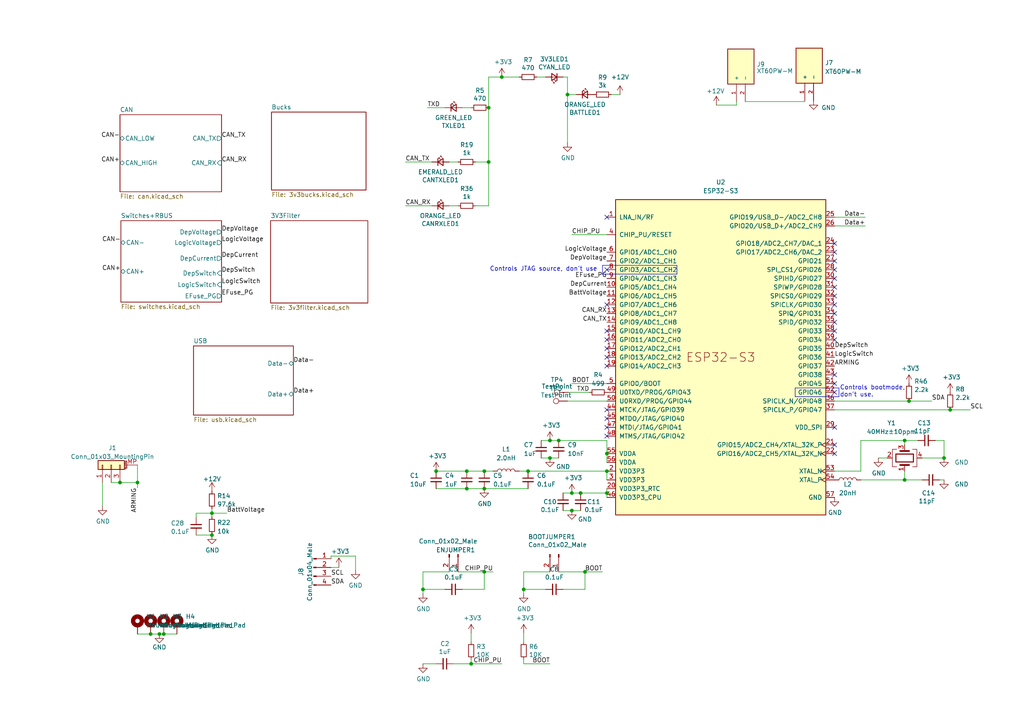
<source format=kicad_sch>
(kicad_sch (version 20231120) (generator "eeschema") (generator_version "8.0")
  (paper "A4")
  (lib_symbols
    (symbol "Connector:Conn_01x02_Male" (pin_names (offset 1.016) hide)
      (property "Reference" "J" (at 0 2.54 0))
      (property "Value" "Conn_01x02_Male" (at 0 -5.08 0))
      (symbol "Conn_01x02_Male_1_1"
        (polyline (pts (xy 1.27 -2.54) (xy 0.8636 -2.54)) (stroke (width 0.1524)))
        (polyline (pts (xy 1.27 0) (xy 0.8636 0)) (stroke (width 0.1524)))
        (rectangle (start 0.8636 -2.413) (end 0 -2.667) (stroke (width 0.1524)) (fill (type outline)))
        (rectangle (start 0.8636 0.127) (end 0 -0.127) (stroke (width 0.1524)) (fill (type outline)))
        (pin passive line (at 5.08 0 180) (length 3.81) (name "Pin_1") (number "1"))
        (pin passive line (at 5.08 -2.54 180) (length 3.81) (name "Pin_2") (number "2"))
      )
    )
    (symbol "Connector:Conn_01x04_Male" (pin_names (offset 1.016) hide)
      (property "Reference" "J" (at 0 5.08 0))
      (property "Value" "Conn_01x04_Male" (at 0 -7.62 0))
      (symbol "Conn_01x04_Male_1_1"
        (polyline (pts (xy 1.27 -5.08) (xy 0.8636 -5.08)) (stroke (width 0.1524)))
        (polyline (pts (xy 1.27 -2.54) (xy 0.8636 -2.54)) (stroke (width 0.1524)))
        (polyline (pts (xy 1.27 0) (xy 0.8636 0)) (stroke (width 0.1524)))
        (polyline (pts (xy 1.27 2.54) (xy 0.8636 2.54)) (stroke (width 0.1524)))
        (rectangle (start 0.8636 -4.953) (end 0 -5.207) (stroke (width 0.1524)) (fill (type outline)))
        (rectangle (start 0.8636 -2.413) (end 0 -2.667) (stroke (width 0.1524)) (fill (type outline)))
        (rectangle (start 0.8636 0.127) (end 0 -0.127) (stroke (width 0.1524)) (fill (type outline)))
        (rectangle (start 0.8636 2.667) (end 0 2.413) (stroke (width 0.1524)) (fill (type outline)))
        (pin passive line (at 5.08 2.54 180) (length 3.81) (name "Pin_1") (number "1"))
        (pin passive line (at 5.08 0 180) (length 3.81) (name "Pin_2") (number "2"))
        (pin passive line (at 5.08 -2.54 180) (length 3.81) (name "Pin_3") (number "3"))
        (pin passive line (at 5.08 -5.08 180) (length 3.81) (name "Pin_4") (number "4"))
      )
    )
    (symbol "Connector:TestPoint" (pin_numbers hide) (pin_names (offset 0.762) hide)
      (property "Reference" "TP" (at 0 6.858 0))
      (property "Value" "TestPoint" (at 0 5.08 0))
      (symbol "TestPoint_0_1"
        (circle (center 0 3.302) (radius 0.762))
      )
      (symbol "TestPoint_1_1"
        (pin passive line (at 0 0 90) (length 2.54) (name "1") (number "1"))
      )
    )
    (symbol "Connector_Generic_MountingPin:Conn_01x03_MountingPin" (pin_names (offset 1.016) hide)
      (property "Reference" "J" (at 0 5.08 0))
      (property "Value" "Conn_01x03_MountingPin" (at 1.27 -5.08 0))
      (symbol "Conn_01x03_MountingPin_1_1"
        (rectangle (start -1.27 -2.413) (end 0 -2.667) (stroke (width 0.1524)))
        (rectangle (start -1.27 0.127) (end 0 -0.127) (stroke (width 0.1524)))
        (rectangle (start -1.27 2.667) (end 0 2.413) (stroke (width 0.1524)))
        (rectangle (start -1.27 3.81) (end 1.27 -3.81) (stroke (width 0.254)) (fill (type background)))
        (polyline (pts (xy -1.016 -4.572) (xy 1.016 -4.572)) (stroke (width 0.1524)))
        (text "Mounting" (at 0 -4.191 0) (effects (font (size 0.381 0.381))))
        (pin passive line (at -5.08 2.54 0) (length 3.81) (name "Pin_1") (number "1"))
        (pin passive line (at -5.08 0 0) (length 3.81) (name "Pin_2") (number "2"))
        (pin passive line (at -5.08 -2.54 0) (length 3.81) (name "Pin_3") (number "3"))
        (pin passive line (at 0 -7.62 90) (length 3.048) (name "MountPin") (number "MP"))
      )
    )
    (symbol "Device:C_Small" (pin_numbers hide) (pin_names (offset 0.254) hide)
      (property "Reference" "C" (at 0.254 1.778 0))
      (property "Value" "C_Small" (at 0.254 -2.032 0))
      (symbol "C_Small_0_1"
        (polyline (pts (xy -1.524 -0.508) (xy 1.524 -0.508)) (stroke (width 0.3302)))
        (polyline (pts (xy -1.524 0.508) (xy 1.524 0.508)) (stroke (width 0.3048)))
      )
      (symbol "C_Small_1_1"
        (pin passive line (at 0 2.54 270) (length 2.032) (name "~") (number "1"))
        (pin passive line (at 0 -2.54 90) (length 2.032) (name "~") (number "2"))
      )
    )
    (symbol "Device:Crystal_GND24" (pin_names (offset 1.016) hide)
      (property "Reference" "Y" (at 3.175 5.08 0))
      (property "Value" "Crystal_GND24" (at 3.175 3.175 0))
      (symbol "Crystal_GND24_0_1"
        (rectangle (start -1.143 2.54) (end 1.143 -2.54) (stroke (width 0.3048)))
        (polyline (pts (xy -2.54 0) (xy -2.032 0)))
        (polyline (pts (xy -2.032 -1.27) (xy -2.032 1.27)) (stroke (width 0.508)))
        (polyline (pts (xy 0 -3.81) (xy 0 -3.556)))
        (polyline (pts (xy 0 3.556) (xy 0 3.81)))
        (polyline (pts (xy 2.032 -1.27) (xy 2.032 1.27)) (stroke (width 0.508)))
        (polyline (pts (xy 2.032 0) (xy 2.54 0)))
        (polyline (pts (xy -2.54 -2.286) (xy -2.54 -3.556) (xy 2.54 -3.556) (xy 2.54 -2.286)))
        (polyline (pts (xy -2.54 2.286) (xy -2.54 3.556) (xy 2.54 3.556) (xy 2.54 2.286)))
      )
      (symbol "Crystal_GND24_1_1"
        (pin passive line (at -3.81 0 0) (length 1.27) (name "1") (number "1"))
        (pin passive line (at 0 5.08 270) (length 1.27) (name "2") (number "2"))
        (pin passive line (at 3.81 0 180) (length 1.27) (name "3") (number "3"))
        (pin passive line (at 0 -5.08 90) (length 1.27) (name "4") (number "4"))
      )
    )
    (symbol "Device:L" (pin_numbers hide) (pin_names (offset 1.016) hide)
      (property "Reference" "L" (at -1.27 0 90))
      (property "Value" "L" (at 1.905 0 90))
      (symbol "L_0_1"
        (arc (start 0 -2.54) (mid 0.6323 -1.905) (end 0 -1.27))
        (arc (start 0 -1.27) (mid 0.6323 -0.635) (end 0 0))
        (arc (start 0 0) (mid 0.6323 0.635) (end 0 1.27))
        (arc (start 0 1.27) (mid 0.6323 1.905) (end 0 2.54))
      )
      (symbol "L_1_1"
        (pin passive line (at 0 3.81 270) (length 1.27) (name "1") (number "1"))
        (pin passive line (at 0 -3.81 90) (length 1.27) (name "2") (number "2"))
      )
    )
    (symbol "Device:LED_Small" (pin_numbers hide) (pin_names (offset 0.254) hide)
      (property "Reference" "D" (at -1.27 3.175 0))
      (property "Value" "LED_Small" (at -4.445 -2.54 0))
      (symbol "LED_Small_0_1"
        (polyline (pts (xy -0.762 -1.016) (xy -0.762 1.016)) (stroke (width 0.254)))
        (polyline (pts (xy 1.016 0) (xy -0.762 0)))
        (polyline (pts (xy 0.762 -1.016) (xy -0.762 0) (xy 0.762 1.016) (xy 0.762 -1.016)) (stroke (width 0.254)))
        (polyline (pts (xy 0 0.762) (xy -0.508 1.27) (xy -0.254 1.27) (xy -0.508 1.27) (xy -0.508 1.016)))
        (polyline (pts (xy 0.508 1.27) (xy 0 1.778) (xy 0.254 1.778) (xy 0 1.778) (xy 0 1.524)))
      )
      (symbol "LED_Small_1_1"
        (pin passive line (at -2.54 0 0) (length 1.778) (name "K") (number "1"))
        (pin passive line (at 2.54 0 180) (length 1.778) (name "A") (number "2"))
      )
    )
    (symbol "Device:R_Small" (pin_numbers hide) (pin_names (offset 0.254) hide)
      (property "Reference" "R" (at 0.762 0.508 0))
      (property "Value" "R_Small" (at 0.762 -1.016 0))
      (symbol "R_Small_0_1"
        (rectangle (start -0.762 1.778) (end 0.762 -1.778) (stroke (width 0.2032)))
      )
      (symbol "R_Small_1_1"
        (pin passive line (at 0 2.54 270) (length 0.762) (name "~") (number "1"))
        (pin passive line (at 0 -2.54 90) (length 0.762) (name "~") (number "2"))
      )
    )
    (symbol "Espressif:ESP32-S3" (pin_names (offset 1.016))
      (property "Reference" "U" (at 0 48.26 0))
      (property "Value" "ESP32-S3" (at 0 -48.26 0))
      (symbol "ESP32-S3_0_0"
        (text "ESP32-S3" (at 0 0 0) (effects (font (size 2.54 2.54))))
        (pin bidirectional line (at 33.02 -12.7 180) (length 2.54) (name "SPICLK_N/GPIO48") (number "36"))
        (pin bidirectional line (at 33.02 -15.24 180) (length 2.54) (name "SPICLK_P/GPIO47") (number "37"))
      )
      (symbol "ESP32-S3_0_1"
        (rectangle (start -30.48 45.72) (end 30.48 -45.72) (stroke (width 0.254)) (fill (type background)))
      )
      (symbol "ESP32-S3_1_1"
        (pin bidirectional line (at -33.02 40.64 0) (length 2.54) (name "LNA_IN/RF") (number "1"))
        (pin bidirectional line (at -33.02 20.32 0) (length 2.54) (name "GPIO5/ADC1_CH4") (number "10"))
        (pin bidirectional line (at -33.02 17.78 0) (length 2.54) (name "GPIO6/ADC1_CH5") (number "11"))
        (pin bidirectional line (at -33.02 15.24 0) (length 2.54) (name "GPIO7/ADC1_CH6") (number "12"))
        (pin bidirectional line (at -33.02 12.7 0) (length 2.54) (name "GPIO8/ADC1_CH7") (number "13"))
        (pin bidirectional line (at -33.02 10.16 0) (length 2.54) (name "GPIO9/ADC1_CH8") (number "14"))
        (pin bidirectional line (at -33.02 7.62 0) (length 2.54) (name "GPIO10/ADC1_CH9") (number "15"))
        (pin bidirectional line (at -33.02 5.08 0) (length 2.54) (name "GPIO11/ADC2_CH0") (number "16"))
        (pin bidirectional line (at -33.02 2.54 0) (length 2.54) (name "GPIO12/ADC2_CH1") (number "17"))
        (pin bidirectional line (at -33.02 0 0) (length 2.54) (name "GPIO13/ADC2_CH2") (number "18"))
        (pin bidirectional line (at -33.02 -2.54 0) (length 2.54) (name "GPIO14/ADC2_CH3") (number "19"))
        (pin power_in line (at -33.02 -33.02 0) (length 2.54) (name "VDD3P3") (number "2"))
        (pin power_in line (at -33.02 -38.1 0) (length 2.54) (name "VDD3P3_RTC") (number "20"))
        (pin input clock (at 33.02 -25.4 180) (length 2.54) (name "GPIO15/ADC2_CH4/XTAL_32K_P") (number "21"))
        (pin output clock (at 33.02 -27.94 180) (length 2.54) (name "GPIO16/ADC2_CH5/XTAL_32K_N") (number "22"))
        (pin bidirectional line (at 33.02 30.48 180) (length 2.54) (name "GPIO17/ADC2_CH6/DAC_2") (number "23"))
        (pin bidirectional line (at 33.02 33.02 180) (length 2.54) (name "GPIO18/ADC2_CH7/DAC_1") (number "24"))
        (pin bidirectional line (at 33.02 40.64 180) (length 2.54) (name "GPIO19/USB_D-/ADC2_CH8") (number "25"))
        (pin bidirectional line (at 33.02 38.1 180) (length 2.54) (name "GPIO20/USB_D+/ADC2_CH9") (number "26"))
        (pin bidirectional line (at 33.02 27.94 180) (length 2.54) (name "GPIO21") (number "27"))
        (pin bidirectional line (at 33.02 25.4 180) (length 2.54) (name "SPI_CS1/GPIO26") (number "28"))
        (pin power_out line (at 33.02 -20.32 180) (length 2.54) (name "VDD_SPI") (number "29"))
        (pin power_in line (at -33.02 -35.56 0) (length 2.54) (name "VDD3P3") (number "3"))
        (pin bidirectional line (at 33.02 22.86 180) (length 2.54) (name "SPIHD/GPIO27") (number "30"))
        (pin bidirectional line (at 33.02 20.32 180) (length 2.54) (name "SPIWP/GPIO28") (number "31"))
        (pin bidirectional line (at 33.02 17.78 180) (length 2.54) (name "SPICS0/GPIO29") (number "32"))
        (pin bidirectional line (at 33.02 15.24 180) (length 2.54) (name "SPICLK/GPIO30") (number "33"))
        (pin bidirectional line (at 33.02 12.7 180) (length 2.54) (name "SPIQ/GPIO31") (number "34"))
        (pin bidirectional line (at 33.02 10.16 180) (length 2.54) (name "SPID/GPIO32") (number "35"))
        (pin bidirectional line (at 33.02 7.62 180) (length 2.54) (name "GPIO33") (number "38"))
        (pin bidirectional line (at 33.02 5.08 180) (length 2.54) (name "GPIO34") (number "39"))
        (pin input line (at -33.02 35.56 0) (length 2.54) (name "CHIP_PU/RESET") (number "4"))
        (pin bidirectional line (at 33.02 2.54 180) (length 2.54) (name "GPIO35") (number "40"))
        (pin bidirectional line (at 33.02 0 180) (length 2.54) (name "GPIO36") (number "41"))
        (pin bidirectional line (at 33.02 -2.54 180) (length 2.54) (name "GPIO37") (number "42"))
        (pin bidirectional line (at 33.02 -5.08 180) (length 2.54) (name "GPIO38") (number "43"))
        (pin bidirectional line (at -33.02 -15.24 0) (length 2.54) (name "MTCK/JTAG/GPIO39") (number "44"))
        (pin bidirectional line (at -33.02 -17.78 0) (length 2.54) (name "MTDO/JTAG/GPIO40") (number "45"))
        (pin power_in line (at -33.02 -40.64 0) (length 2.54) (name "VDD3P3_CPU") (number "46"))
        (pin bidirectional line (at -33.02 -20.32 0) (length 2.54) (name "MTDI/JTAG/GPIO41") (number "47"))
        (pin bidirectional line (at -33.02 -22.86 0) (length 2.54) (name "MTMS/JTAG/GPIO42") (number "48"))
        (pin bidirectional line (at -33.02 -10.16 0) (length 2.54) (name "U0TXD/PROG/GPIO43") (number "49"))
        (pin bidirectional line (at -33.02 -7.62 0) (length 2.54) (name "GPIO0/BOOT") (number "5"))
        (pin bidirectional line (at -33.02 -12.7 0) (length 2.54) (name "U0RXD/PROG/GPIO44") (number "50"))
        (pin bidirectional line (at 33.02 -7.62 180) (length 2.54) (name "GPIO45") (number "51"))
        (pin bidirectional line (at 33.02 -10.16 180) (length 2.54) (name "GPIO46") (number "52"))
        (pin input clock (at 33.02 -33.02 180) (length 2.54) (name "XTAL_N") (number "53"))
        (pin output clock (at 33.02 -35.56 180) (length 2.54) (name "XTAL_P") (number "54"))
        (pin power_in line (at -33.02 -27.94 0) (length 2.54) (name "VDDA") (number "55"))
        (pin power_in line (at -33.02 -30.48 0) (length 2.54) (name "VDDA") (number "56"))
        (pin power_in line (at 33.02 -40.64 180) (length 2.54) (name "GND") (number "57"))
        (pin bidirectional line (at -33.02 30.48 0) (length 2.54) (name "GPIO1/ADC1_CH0") (number "6"))
        (pin bidirectional line (at -33.02 27.94 0) (length 2.54) (name "GPIO2/ADC1_CH1") (number "7"))
        (pin bidirectional line (at -33.02 25.4 0) (length 2.54) (name "GPIO3/ADC1_CH2") (number "8"))
        (pin bidirectional line (at -33.02 22.86 0) (length 2.54) (name "GPIO4/ADC1_CH3") (number "9"))
      )
    )
    (symbol "Mechanical:MountingHole_Pad" (pin_numbers hide) (pin_names (offset 1.016) hide)
      (property "Reference" "H" (at 0 6.35 0))
      (property "Value" "MountingHole_Pad" (at 0 4.445 0))
      (symbol "MountingHole_Pad_0_1"
        (circle (center 0 1.27) (radius 1.27) (stroke (width 1.27)))
      )
      (symbol "MountingHole_Pad_1_1"
        (pin input line (at 0 -2.54 90) (length 2.54) (name "1") (number "1"))
      )
    )
    (symbol "iclr:XT60PW-M" (pin_names (offset 1.016))
      (property "Reference" "J" (at -5.08 5.7234 0))
      (property "Value" "XT60PW-M" (at -5.08 -5.0923 0))
      (symbol "XT60PW-M_0_0"
        (rectangle (start -5.08 -2.54) (end 5.08 5.08) (stroke (width 0.254)) (fill (type background)))
        (pin passive line (at -10.16 2.54 0) (length 5.08) (name "+") (number "1"))
        (pin passive line (at -10.16 0 0) (length 5.08) (name "-") (number "2"))
      )
    )
    (symbol "power:+12V" (power) (pin_names (offset 0))
      (property "Value" "+12V" (at 0 3.556 0))
      (symbol "+12V_0_1"
        (polyline (pts (xy -0.762 1.27) (xy 0 2.54)))
        (polyline (pts (xy 0 0) (xy 0 2.54)))
        (polyline (pts (xy 0 2.54) (xy 0.762 1.27)))
      )
      (symbol "+12V_1_1"
        (pin power_in line (at 0 0 90) (length 0) hide (name "+12V") (number "1"))
      )
    )
    (symbol "power:+3.3V" (power) (pin_names (offset 0))
      (property "Value" "+3.3V" (at 0 3.556 0))
      (symbol "+3.3V_0_1"
        (polyline (pts (xy -0.762 1.27) (xy 0 2.54)))
        (polyline (pts (xy 0 0) (xy 0 2.54)))
        (polyline (pts (xy 0 2.54) (xy 0.762 1.27)))
      )
      (symbol "+3.3V_1_1"
        (pin power_in line (at 0 0 90) (length 0) hide (name "+3V3") (number "1"))
      )
    )
    (symbol "power:GND" (power) (pin_names (offset 0))
      (property "Value" "GND" (at 0 -3.81 0))
      (symbol "GND_0_1"
        (polyline (pts (xy 0 0) (xy 0 -1.27) (xy 1.27 -1.27) (xy 0 -2.54) (xy -1.27 -1.27) (xy 0 -1.27)))
      )
      (symbol "GND_1_1"
        (pin power_in line (at 0 0 270) (length 0) hide (name "GND") (number "1"))
      )
    )
  )
  (junction (at 176.022 131.572))
  (junction (at 176.022 136.652))
  (junction (at 159.512 127.762))
  (junction (at 135.382 141.732))
  (junction (at 164.592 27.432))
  (junction (at 262.382 127.762))
  (junction (at 273.812 132.842))
  (junction (at 263.652 116.332))
  (junction (at 165.862 143.002))
  (junction (at 165.862 148.082))
  (junction (at 61.468 148.844))
  (junction (at 43.688 183.896))
  (junction (at 47.498 183.896))
  (junction (at 34.798 139.954))
  (junction (at 153.162 136.652))
  (junction (at 61.468 155.194))
  (junction (at 140.462 136.652))
  (junction (at 176.022 143.002))
  (junction (at 151.892 170.942))
  (junction (at 162.052 127.762))
  (junction (at 39.878 139.954))
  (junction (at 126.492 136.652))
  (junction (at 122.682 170.942))
  (junction (at 140.462 165.862))
  (junction (at 135.382 136.652))
  (junction (at 141.732 46.99))
  (junction (at 159.512 132.842))
  (junction (at 46.228 183.896))
  (junction (at 168.402 143.002))
  (junction (at 275.59 118.872))
  (junction (at 169.672 165.862))
  (junction (at 140.462 141.732))
  (junction (at 262.382 139.192))
  (junction (at 145.542 22.352))
  (junction (at 141.732 31.242))
  (junction (at 136.652 192.532))
  (no_connect (at 176.022 121.412))
  (no_connect (at 176.022 126.492))
  (no_connect (at 242.062 75.692))
  (no_connect (at 242.062 108.712))
  (no_connect (at 176.022 123.952))
  (no_connect (at 176.022 118.872))
  (no_connect (at 242.062 80.772))
  (no_connect (at 176.022 62.992))
  (no_connect (at 242.062 113.792))
  (no_connect (at 176.022 78.232))
  (no_connect (at 242.062 131.572))
  (no_connect (at 242.062 129.032))
  (no_connect (at 176.022 106.172))
  (no_connect (at 176.022 103.632))
  (no_connect (at 176.022 96.012))
  (no_connect (at 176.022 98.552))
  (no_connect (at 176.022 101.092))
  (no_connect (at 242.062 111.252))
  (no_connect (at 242.062 96.012))
  (no_connect (at 242.062 98.552))
  (no_connect (at 242.062 93.472))
  (no_connect (at 242.062 70.612))
  (no_connect (at 242.062 73.152))
  (no_connect (at 242.062 78.232))
  (no_connect (at 242.062 83.312))
  (no_connect (at 242.062 85.852))
  (no_connect (at 242.062 88.392))
  (no_connect (at 242.062 90.932))
  (no_connect (at 176.022 88.392))
  (no_connect (at 242.062 123.952))
  (wire (pts (xy 233.426 29.464) (xy 233.426 29.21)))
  (wire (pts (xy 129.032 170.942) (xy 122.682 170.942)))
  (polyline (pts (xy 230.632 112.522) (xy 243.332 112.522)))
  (wire (pts (xy 242.062 118.872) (xy 275.59 118.872)))
  (wire (pts (xy 176.022 127.762) (xy 176.022 131.572)))
  (wire (pts (xy 267.462 132.842) (xy 273.812 132.842)))
  (wire (pts (xy 163.322 148.082) (xy 165.862 148.082)))
  (polyline (pts (xy 196.342 79.502) (xy 174.752 79.502)))
  (wire (pts (xy 134.112 170.942) (xy 140.462 170.942)))
  (wire (pts (xy 153.162 136.652) (xy 176.022 136.652)))
  (wire (pts (xy 122.682 165.862) (xy 122.682 170.942)))
  (wire (pts (xy 39.878 134.874) (xy 39.878 139.954)))
  (wire (pts (xy 136.652 183.642) (xy 136.652 186.182)))
  (wire (pts (xy 96.012 164.592) (xy 98.298 164.592)))
  (wire (pts (xy 32.258 139.954) (xy 34.798 139.954)))
  (wire (pts (xy 164.592 27.432) (xy 164.592 41.402)))
  (wire (pts (xy 266.192 127.762) (xy 262.382 127.762)))
  (polyline (pts (xy 243.332 112.522) (xy 243.332 115.062)))
  (polyline (pts (xy 243.332 115.062) (xy 230.632 115.062)))
  (wire (pts (xy 151.892 165.862) (xy 151.892 170.942)))
  (wire (pts (xy 163.322 170.942) (xy 169.672 170.942)))
  (wire (pts (xy 150.622 136.652) (xy 153.162 136.652)))
  (wire (pts (xy 96.012 161.29) (xy 96.012 162.052)))
  (wire (pts (xy 126.492 141.732) (xy 135.382 141.732)))
  (wire (pts (xy 242.062 116.332) (xy 263.652 116.332)))
  (wire (pts (xy 130.302 59.69) (xy 132.842 59.69)))
  (wire (pts (xy 262.382 136.652) (xy 262.382 139.192)))
  (wire (pts (xy 141.732 22.352) (xy 145.542 22.352)))
  (wire (pts (xy 141.732 59.69) (xy 137.922 59.69)))
  (wire (pts (xy 122.682 192.532) (xy 126.492 192.532)))
  (wire (pts (xy 141.732 22.352) (xy 141.732 31.242)))
  (wire (pts (xy 263.652 116.332) (xy 270.256 116.332)))
  (wire (pts (xy 123.952 31.242) (xy 129.032 31.242)))
  (wire (pts (xy 29.718 139.954) (xy 29.718 146.812)))
  (wire (pts (xy 122.682 165.862) (xy 130.302 165.862)))
  (wire (pts (xy 213.614 30.48) (xy 213.614 29.464)))
  (wire (pts (xy 43.688 183.896) (xy 46.228 183.896)))
  (wire (pts (xy 61.468 147.574) (xy 61.468 148.844)))
  (wire (pts (xy 103.124 161.29) (xy 103.124 165.354)))
  (wire (pts (xy 249.682 139.192) (xy 262.382 139.192)))
  (wire (pts (xy 164.846 113.792) (xy 170.942 113.792)))
  (wire (pts (xy 130.302 46.99) (xy 132.842 46.99)))
  (wire (pts (xy 165.862 148.082) (xy 168.402 148.082)))
  (wire (pts (xy 140.462 170.942) (xy 140.462 165.862)))
  (wire (pts (xy 135.382 141.732) (xy 140.462 141.732)))
  (wire (pts (xy 164.592 22.352) (xy 163.322 22.352)))
  (wire (pts (xy 176.022 143.002) (xy 176.022 144.272)))
  (wire (pts (xy 216.154 29.464) (xy 233.426 29.464)))
  (wire (pts (xy 162.052 165.862) (xy 169.672 165.862)))
  (polyline (pts (xy 174.752 76.962) (xy 174.752 79.502)))
  (wire (pts (xy 165.862 111.252) (xy 176.022 111.252)))
  (wire (pts (xy 56.896 155.194) (xy 61.468 155.194)))
  (wire (pts (xy 267.462 139.192) (xy 262.382 139.192)))
  (wire (pts (xy 151.892 183.642) (xy 151.892 186.182)))
  (wire (pts (xy 122.682 170.942) (xy 122.682 172.212)))
  (wire (pts (xy 273.812 127.762) (xy 271.272 127.762)))
  (wire (pts (xy 151.892 192.532) (xy 151.892 191.262)))
  (wire (pts (xy 156.972 127.762) (xy 159.512 127.762)))
  (wire (pts (xy 159.512 127.762) (xy 162.052 127.762)))
  (wire (pts (xy 249.682 127.762) (xy 262.382 127.762)))
  (wire (pts (xy 61.468 154.94) (xy 61.468 155.194)))
  (wire (pts (xy 159.512 192.532) (xy 151.892 192.532)))
  (wire (pts (xy 136.652 192.532) (xy 145.542 192.532)))
  (wire (pts (xy 140.462 136.652) (xy 143.002 136.652)))
  (wire (pts (xy 132.842 165.862) (xy 140.462 165.862)))
  (wire (pts (xy 56.896 148.844) (xy 61.468 148.844)))
  (wire (pts (xy 134.112 31.242) (xy 136.652 31.242)))
  (wire (pts (xy 56.896 150.114) (xy 56.896 148.844)))
  (wire (pts (xy 47.498 183.896) (xy 51.308 183.896)))
  (wire (pts (xy 103.124 161.29) (xy 96.012 161.29)))
  (wire (pts (xy 151.892 170.942) (xy 151.892 172.212)))
  (wire (pts (xy 39.878 183.896) (xy 43.688 183.896)))
  (wire (pts (xy 174.752 165.862) (xy 169.672 165.862)))
  (wire (pts (xy 159.512 132.842) (xy 162.052 132.842)))
  (wire (pts (xy 141.732 31.242) (xy 141.732 46.99)))
  (wire (pts (xy 273.812 139.192) (xy 272.542 139.192)))
  (wire (pts (xy 61.468 148.844) (xy 61.468 149.86)))
  (wire (pts (xy 242.062 62.992) (xy 250.952 62.992)))
  (wire (pts (xy 117.602 46.99) (xy 125.222 46.99)))
  (wire (pts (xy 176.022 143.002) (xy 176.022 141.732)))
  (wire (pts (xy 254.762 132.842) (xy 257.302 132.842)))
  (wire (pts (xy 39.878 139.954) (xy 39.878 141.478)))
  (wire (pts (xy 176.022 131.572) (xy 176.022 134.112)))
  (wire (pts (xy 162.052 127.762) (xy 176.022 127.762)))
  (wire (pts (xy 151.892 165.862) (xy 159.512 165.862)))
  (wire (pts (xy 163.322 143.002) (xy 165.862 143.002)))
  (wire (pts (xy 169.672 170.942) (xy 169.672 165.862)))
  (wire (pts (xy 156.972 132.842) (xy 159.512 132.842)))
  (wire (pts (xy 165.862 68.072) (xy 176.022 68.072)))
  (wire (pts (xy 46.228 183.896) (xy 47.498 183.896)))
  (wire (pts (xy 207.772 30.48) (xy 213.614 30.48)))
  (wire (pts (xy 141.732 46.99) (xy 137.922 46.99)))
  (wire (pts (xy 164.592 22.352) (xy 164.592 27.432)))
  (polyline (pts (xy 174.752 76.962) (xy 196.342 76.962)))
  (wire (pts (xy 275.59 118.872) (xy 281.432 118.872)))
  (wire (pts (xy 140.462 165.862) (xy 143.002 165.862)))
  (wire (pts (xy 61.468 148.844) (xy 65.786 148.844)))
  (wire (pts (xy 242.062 136.652) (xy 249.682 136.652)))
  (wire (pts (xy 167.132 27.432) (xy 164.592 27.432)))
  (wire (pts (xy 262.382 127.762) (xy 262.382 129.032)))
  (wire (pts (xy 141.732 46.99) (xy 141.732 59.69)))
  (wire (pts (xy 164.592 116.332) (xy 176.022 116.332)))
  (polyline (pts (xy 196.342 76.962) (xy 196.342 79.502)))
  (wire (pts (xy 155.702 22.352) (xy 158.242 22.352)))
  (wire (pts (xy 135.382 136.652) (xy 140.462 136.652)))
  (wire (pts (xy 179.832 27.432) (xy 177.292 27.432)))
  (wire (pts (xy 158.242 170.942) (xy 151.892 170.942)))
  (wire (pts (xy 145.542 22.352) (xy 150.622 22.352)))
  (wire (pts (xy 117.602 59.69) (xy 125.222 59.69)))
  (wire (pts (xy 176.022 136.652) (xy 176.022 139.192)))
  (wire (pts (xy 34.798 139.954) (xy 39.878 139.954)))
  (polyline (pts (xy 230.632 112.522) (xy 230.632 115.062)))
  (wire (pts (xy 98.298 164.592) (xy 98.298 164.338)))
  (wire (pts (xy 136.652 192.532) (xy 136.652 191.262)))
  (wire (pts (xy 249.682 136.652) (xy 249.682 127.762)))
  (wire (pts (xy 168.402 143.002) (xy 176.022 143.002)))
  (wire (pts (xy 126.492 136.652) (xy 135.382 136.652)))
  (wire (pts (xy 165.862 143.002) (xy 168.402 143.002)))
  (wire (pts (xy 273.812 127.762) (xy 273.812 132.842)))
  (wire (pts (xy 242.062 65.532) (xy 250.952 65.532)))
  (wire (pts (xy 131.572 192.532) (xy 136.652 192.532)))
  (wire (pts (xy 140.462 141.732) (xy 153.162 141.732)))
  (text "Controls JTAG source, don't use\n" (at 173.2577 78.8498 0) (effects (font (size 1.27 1.27)) (justify right bottom)))
  (text "Controls bootmode, \ndon't use.\n" (at 243.586 115.316 0) (effects (font (size 1.27 1.27)) (justify left bottom)))
  (label "CAN-" (at 34.798 40.132 180))
  (label "LogicVoltage" (at 64.262 70.358 0))
  (label "CAN-" (at 35.052 70.358 180))
  (label "BattVoltage" (at 65.786 148.844 0))
  (label "SCL" (at 96.012 167.132 0))
  (label "BOOT" (at 159.512 192.532 180))
  (label "BattVoltage" (at 176.022 85.852 180))
  (label "CHIP_PU" (at 143.002 165.862 180))
  (label "TXD" (at 170.942 113.792 180))
  (label "CAN_TX" (at 64.262 40.132 0))
  (label "DepCurrent" (at 176.022 83.312 180))
  (label "EFuse_PG" (at 64.262 85.852 0))
  (label "CAN+" (at 35.052 78.74 180))
  (label "SCL" (at 281.432 118.872 0))
  (label "DepSwitch" (at 242.062 101.092 0))
  (label "CAN+" (at 34.798 47.244 180))
  (label "Data-" (at 250.952 62.992 180))
  (label "CAN_RX" (at 117.602 59.69 0))
  (label "LogicSwitch" (at 242.062 103.632 0))
  (label "DepCurrent" (at 64.262 74.93 0))
  (label "CHIP_PU" (at 145.542 192.532 180))
  (label "DepVoltage" (at 64.262 67.31 0))
  (label "DepSwitch" (at 64.262 79.248 0))
  (label "CAN_TX" (at 117.602 46.99 0))
  (label "CAN_RX" (at 64.262 47.244 0))
  (label "TXD" (at 123.952 31.242 0))
  (label "ARMING" (at 242.062 106.172 0))
  (label "Data+" (at 250.952 65.532 180))
  (label "Data-" (at 85.09 105.41 0))
  (label "LogicSwitch" (at 64.262 82.55 0))
  (label "EFuse_PG" (at 176.022 80.772 180))
  (label "CHIP_PU" (at 165.862 68.072 0))
  (label "BOOT" (at 174.752 165.862 180))
  (label "ARMING" (at 39.878 141.478 270))
  (label "SDA" (at 96.012 169.672 0))
  (label "BOOT" (at 165.862 111.252 0))
  (label "SDA" (at 270.256 116.332 0))
  (label "LogicVoltage" (at 176.022 73.152 180))
  (label "CAN_TX" (at 176.022 93.472 180))
  (label "CAN_RX" (at 176.022 90.932 180))
  (label "Data+" (at 85.09 114.3 0))
  (label "DepVoltage" (at 176.022 75.692 180))
  (symbol (lib_id "Mechanical:MountingHole_Pad") (at 39.878 181.356 0) (unit 1)
    (property "Reference" "H1" (at 42.418 178.8159 0) (effects (justify left)))
    (property "Value" "MountingHole_Pad" (at 42.418 181.3559 0) (effects (justify left)))
    (property "Footprint" "MountingHole:MountingHole_3.2mm_M3_DIN965_Pad" (effects (hide yes)))
  )
  (symbol (lib_id "Device:C_Small") (at 56.896 152.654 0) (unit 1)
    (property "Reference" "C28" (at 49.53 151.7537 0) (effects (justify left)))
    (property "Value" "0.1uF" (at 49.53 154.178 0) (effects (justify left)))
    (property "Footprint" "Capacitor_SMD:C_0402_1005Metric" (effects (hide yes)))
    (property "Description" "Unpolarized capacitor, small symbol" (effects (hide yes)))
  )
  (symbol (lib_id "Device:C_Small") (at 126.492 139.192 0) (unit 1)
    (property "Reference" "C1" (at 118.872 137.922 0) (effects (justify left)))
    (property "Value" "10uF" (at 118.872 140.462 0) (effects (justify left)))
    (property "Footprint" "Capacitor_SMD:C_0402_1005Metric" (effects (hide yes)))
  )
  (symbol (lib_id "power:+3.3V") (at 126.492 136.652 0) (unit 1)
    (property "Reference" "#PWR0116" (effects (hide yes)))
    (property "Value" "+3V3" (at 126.873 132.2578 0))
  )
  (symbol (lib_id "power:GND") (at 61.468 155.194 0) (unit 1)
    (property "Reference" "#PWR0141" (effects (hide yes)))
    (property "Value" "GND" (at 61.595 159.5882 0))
  )
  (symbol (lib_id "Device:R_Small") (at 263.652 113.792 0) (unit 1)
    (property "Reference" "R46" (at 265.176 110.6057 0) (effects (justify left)))
    (property "Value" "2.2k" (at 265.176 113.03 0) (effects (justify left)))
    (property "Footprint" "Resistor_SMD:R_0402_1005Metric" (effects (hide yes)))
    (property "Description" "Resistor, small symbol" (effects (hide yes)))
  )
  (symbol (lib_id "Device:R_Small") (at 136.652 188.722 0) (unit 1)
    (property "Reference" "R3" (at 138.1506 187.5536 0) (effects (justify left)))
    (property "Value" "10K" (at 138.1506 189.865 0) (effects (justify left)))
    (property "Footprint" "Resistor_SMD:R_0402_1005Metric" (effects (hide yes)))
  )
  (symbol (lib_id "power:+3.3V") (at 136.652 183.642 0) (unit 1)
    (property "Reference" "#PWR0121" (effects (hide yes)))
    (property "Value" "+3V3" (at 137.033 179.2478 0))
  )
  (symbol (lib_id "power:+3.3V") (at 275.59 113.792 0) (unit 1)
    (property "Reference" "#PWR028" (effects (hide yes)))
    (property "Value" "+3V3" (at 275.971 109.3978 0))
  )
  (symbol (lib_id "Device:R_Small") (at 139.192 31.242 270) (unit 1)
    (property "Reference" "R5" (at 139.192 26.2636 90))
    (property "Value" "470" (at 139.192 28.575 90))
    (property "Footprint" "Resistor_SMD:R_0402_1005Metric" (effects (hide yes)))
  )
  (symbol (lib_id "power:+12V") (at 179.832 27.432 0) (unit 1)
    (property "Reference" "#PWR0102" (effects (hide yes)))
    (property "Value" "+12V" (at 179.832 22.352 0))
  )
  (symbol (lib_id "iclr:XT60PW-M") (at 235.966 19.05 90) (unit 1)
    (property "Reference" "J7" (at 239.268 18.2153 90) (effects (justify right)))
    (property "Value" "XT60PW-M" (at 239.268 20.7522 90) (effects (justify right)))
    (property "Footprint" "iclr:AMASS_XT60PW-M" (effects (hide yes)))
    (property "STANDARD" "Manufacturer recommendations" (effects (hide yes)))
    (property "MANUFACTURER" "AMASS" (effects (hide yes)))
    (property "PARTREV" "V1.2" (effects (hide yes)))
    (property "MAXIMUM_PACKAGE_HEIGHT" "8.4 mm" (effects (hide yes)))
  )
  (symbol (lib_id "Device:R_Small") (at 61.468 152.4 0) (unit 1)
    (property "Reference" "R22" (at 62.9666 151.5653 0) (effects (justify left)))
    (property "Value" "10k" (at 62.9666 154.1022 0) (effects (justify left)))
    (property "Footprint" "Resistor_SMD:R_0402_1005Metric" (effects (hide yes)))
  )
  (symbol (lib_id "Device:C_Small") (at 160.782 170.942 270) (unit 1)
    (property "Reference" "C8" (at 160.782 165.1254 90))
    (property "Value" "0.1uF" (at 160.782 167.4368 90))
    (property "Footprint" "Capacitor_SMD:C_0402_1005Metric" (effects (hide yes)))
  )
  (symbol (lib_id "power:GND") (at 46.228 183.896 0) (unit 1)
    (property "Reference" "#PWR0125" (effects (hide yes)))
    (property "Value" "GND" (at 46.228 187.706 0))
  )
  (symbol (lib_id "Device:C_Small") (at 131.572 170.942 270) (unit 1)
    (property "Reference" "C3" (at 131.572 165.1254 90))
    (property "Value" "0.1uF" (at 131.572 167.4368 90))
    (property "Footprint" "Capacitor_SMD:C_0402_1005Metric" (effects (hide yes)))
  )
  (symbol (lib_id "power:+12V") (at 207.772 30.48 0) (unit 1)
    (property "Reference" "#PWR0184" (effects (hide yes)))
    (property "Value" "+12V" (at 207.518 26.416 0))
  )
  (symbol (lib_id "power:+3.3V") (at 165.862 143.002 0) (unit 1)
    (property "Reference" "#PWR0117" (effects (hide yes)))
    (property "Value" "+3V3" (at 166.243 138.6078 0))
  )
  (symbol (lib_id "Connector:TestPoint") (at 164.592 116.332 90) (unit 1)
    (property "Reference" "TP5" (at 161.29 112.6871 90))
    (property "Value" "TestPoint" (at 161.29 114.6081 90))
    (property "Footprint" "TestPoint:TestPoint_Pad_D1.0mm" (effects (hide yes)))
  )
  (symbol (lib_id "Connector:TestPoint") (at 164.846 113.792 90) (unit 1)
    (property "Reference" "TP4" (at 161.544 110.1471 90))
    (property "Value" "TestPoint" (at 161.544 112.0681 90))
    (property "Footprint" "TestPoint:TestPoint_Pad_D1.0mm" (effects (hide yes)))
  )
  (symbol (lib_id "Connector:Conn_01x04_Male") (at 90.932 164.592 0) (unit 1)
    (property "Reference" "J8" (at 87.283 165.862 90))
    (property "Value" "Conn_01x04_Male" (at 89.8199 165.862 90))
    (property "Footprint" "Connector_PinHeader_2.54mm:PinHeader_1x04_P2.54mm_Vertical" (effects (hide yes)))
  )
  (symbol (lib_id "Device:R_Small") (at 61.468 145.034 0) (unit 1)
    (property "Reference" "R14" (at 62.9666 143.8218 0) (effects (justify left)))
    (property "Value" "97.6k" (at 62.9666 146.2461 0) (effects (justify left)))
    (property "Footprint" "Resistor_SMD:R_0402_1005Metric" (effects (hide yes)))
  )
  (symbol (lib_id "Device:R_Small") (at 151.892 188.722 0) (unit 1)
    (property "Reference" "R6" (at 153.3906 187.5536 0) (effects (justify left)))
    (property "Value" "10K" (at 153.3906 189.865 0) (effects (justify left)))
    (property "Footprint" "Resistor_SMD:R_0402_1005Metric" (effects (hide yes)))
  )
  (symbol (lib_id "power:GND") (at 273.812 132.842 0) (unit 1)
    (property "Reference" "#PWR0110" (effects (hide yes)))
    (property "Value" "GND" (at 278.892 134.112 0))
  )
  (symbol (lib_id "Espressif:ESP32-S3") (at 209.042 103.632 0) (unit 1)
    (property "Reference" "U2" (at 209.042 52.832 0))
    (property "Value" "ESP32-S3" (at 209.042 55.372 0))
    (property "Footprint" "iclr:QFN40P700X700X90-57N" (effects (hide yes)))
    (property "Datasheet" "https://www.espressif.com/sites/default/files/documentation/esp32-s3_datasheet_en.pdf" (effects (hide yes)))
  )
  (symbol (lib_id "Device:C_Small") (at 168.402 145.542 0) (unit 1)
    (property "Reference" "C11" (at 172.212 145.542 0))
    (property "Value" "0.1uF" (at 172.212 147.8534 0))
    (property "Footprint" "Capacitor_SMD:C_0402_1005Metric" (effects (hide yes)))
  )
  (symbol (lib_id "Device:Crystal_GND24") (at 262.382 132.842 90) (unit 1)
    (property "Reference" "Y1" (at 258.572 122.682 90))
    (property "Value" "40MHz±10ppm" (at 258.572 125.222 90))
    (property "Footprint" "Crystal:Crystal_SMD_2016-4Pin_2.0x1.6mm" (effects (hide yes)))
  )
  (symbol (lib_id "power:+3.3V") (at 98.298 164.338 0) (unit 1)
    (property "Reference" "#PWR0155" (effects (hide yes)))
    (property "Value" "+3V3" (at 98.679 159.9438 0))
  )
  (symbol (lib_id "iclr:XT60PW-M") (at 216.154 19.304 90) (unit 1)
    (property "Reference" "J9" (at 219.456 18.6603 90) (effects (justify right)))
    (property "Value" "XT60PW-M" (at 219.456 20.5813 90) (effects (justify right)))
    (property "Footprint" "iclr:AMASS_XT60PW-M" (effects (hide yes)))
    (property "STANDARD" "Manufacturer recommendations" (effects (hide yes)))
    (property "MANUFACTURER" "AMASS" (effects (hide yes)))
    (property "PARTREV" "V1.2" (effects (hide yes)))
    (property "MAXIMUM_PACKAGE_HEIGHT" "8.4 mm" (effects (hide yes)))
  )
  (symbol (lib_id "Device:C_Small") (at 268.732 127.762 90) (unit 1)
    (property "Reference" "C13" (at 270.002 122.682 90) (effects (justify left)))
    (property "Value" "11pF" (at 270.002 124.9934 90) (effects (justify left)))
    (property "Footprint" "Capacitor_SMD:C_0402_1005Metric" (effects (hide yes)))
  )
  (symbol (lib_id "Device:C_Small") (at 129.032 192.532 270) (unit 1)
    (property "Reference" "C2" (at 129.032 186.7154 90))
    (property "Value" "1uF" (at 129.032 189.0268 90))
    (property "Footprint" "Capacitor_SMD:C_0402_1005Metric" (effects (hide yes)))
  )
  (symbol (lib_id "Device:C_Small") (at 156.972 130.302 0) (unit 1)
    (property "Reference" "C7" (at 151.892 129.032 0) (effects (justify left)))
    (property "Value" "1uF" (at 151.892 131.572 0) (effects (justify left)))
    (property "Footprint" "Capacitor_SMD:C_0402_1005Metric" (effects (hide yes)))
  )
  (symbol (lib_id "Device:R_Small") (at 275.59 116.332 0) (unit 1)
    (property "Reference" "R8" (at 277.114 112.8917 0) (effects (justify left)))
    (property "Value" "2.2k" (at 277.114 115.316 0) (effects (justify left)))
    (property "Footprint" "Resistor_SMD:R_0402_1005Metric" (effects (hide yes)))
    (property "Description" "Resistor, small symbol" (effects (hide yes)))
  )
  (symbol (lib_id "Device:C_Small") (at 140.462 139.192 0) (unit 1)
    (property "Reference" "C5" (at 143.002 137.9282 0) (effects (justify left)))
    (property "Value" "0.1uF" (at 143.002 140.4682 0) (effects (justify left)))
    (property "Footprint" "Capacitor_SMD:C_0402_1005Metric" (effects (hide yes)))
  )
  (symbol (lib_id "Device:LED_Small") (at 169.672 27.432 0) (unit 1)
    (property "Reference" "BATTLED1" (at 169.672 32.639 0))
    (property "Value" "ORANGE_LED" (at 169.672 30.3276 0))
    (property "Footprint" "LED_SMD:LED_0402_1005Metric" (effects (hide yes)))
  )
  (symbol (lib_id "Device:C_Small") (at 162.052 130.302 0) (unit 1)
    (property "Reference" "C9" (at 164.592 129.0382 0) (effects (justify left)))
    (property "Value" "10nF" (at 164.592 131.5782 0) (effects (justify left)))
    (property "Footprint" "Capacitor_SMD:C_0402_1005Metric" (effects (hide yes)))
  )
  (symbol (lib_id "power:GND") (at 159.512 132.842 0) (unit 1)
    (property "Reference" "#PWR0113" (effects (hide yes)))
    (property "Value" "GND" (at 163.322 135.382 0))
  )
  (symbol (lib_id "power:+12V") (at 61.468 142.494 0) (unit 1)
    (property "Reference" "#PWR0135" (effects (hide yes)))
    (property "Value" "+12V" (at 61.468 138.9182 0))
  )
  (symbol (lib_id "Device:C_Small") (at 135.382 139.192 0) (unit 1)
    (property "Reference" "C4" (at 129.032 137.922 0) (effects (justify left)))
    (property "Value" "1uF" (at 129.032 140.462 0) (effects (justify left)))
    (property "Footprint" "Capacitor_SMD:C_0402_1005Metric" (effects (hide yes)))
  )
  (symbol (lib_id "Device:R_Small") (at 173.482 113.792 90) (unit 1)
    (property "Reference" "R4" (at 173.482 108.712 90))
    (property "Value" "499" (at 173.482 111.252 90))
    (property "Footprint" "Resistor_SMD:R_0402_1005Metric" (effects (hide yes)))
  )
  (symbol (lib_id "Device:R_Small") (at 135.382 59.69 270) (unit 1)
    (property "Reference" "R36" (at 135.382 54.7116 90))
    (property "Value" "1k" (at 135.382 57.023 90))
    (property "Footprint" "Resistor_SMD:R_0402_1005Metric" (effects (hide yes)))
  )
  (symbol (lib_id "Device:C_Small") (at 163.322 145.542 0) (unit 1)
    (property "Reference" "C10" (at 159.512 145.542 0))
    (property "Value" "0.1uF" (at 159.512 147.8534 0))
    (property "Footprint" "Capacitor_SMD:C_0402_1005Metric" (effects (hide yes)))
  )
  (symbol (lib_id "power:GND") (at 164.592 41.402 0) (unit 1)
    (property "Reference" "#PWR0103" (effects (hide yes)))
    (property "Value" "GND" (at 164.719 45.7962 0))
  )
  (symbol (lib_id "power:+3.3V") (at 159.512 127.762 0) (unit 1)
    (property "Reference" "#PWR0114" (effects (hide yes)))
    (property "Value" "+3V3" (at 159.893 123.3678 0))
  )
  (symbol (lib_id "Device:LED_Small") (at 127.762 59.69 0) (unit 1)
    (property "Reference" "CANRXLED1" (at 127.762 64.897 0))
    (property "Value" "ORANGE_LED" (at 127.762 62.5856 0))
    (property "Footprint" "LED_SMD:LED_0402_1005Metric" (effects (hide yes)))
  )
  (symbol (lib_id "power:GND") (at 235.966 29.21 0) (unit 1)
    (property "Reference" "#PWR0185" (effects (hide yes)))
    (property "Value" "GND" (at 240.284 31.242 0))
  )
  (symbol (lib_id "power:GND") (at 140.462 141.732 0) (unit 1)
    (property "Reference" "#PWR0122" (effects (hide yes)))
    (property "Value" "GND" (at 140.589 146.1262 0))
  )
  (symbol (lib_id "Connector_Generic_MountingPin:Conn_01x03_MountingPin") (at 32.258 134.874 90) (unit 1)
    (property "Reference" "J1" (at 32.6136 129.9042 90))
    (property "Value" "Conn_01x03_MountingPin" (at 32.6136 132.4411 90))
    (property "Footprint" "Connector_Molex:Molex_Nano-Fit_105313-xx02_1x02_P2.50mm_Horizontal" (effects (hide yes)))
    (property "Description" "Generic connectable mounting pin connector, single row, 01x03, script generated (kicad-library-utils/schlib/autogen/connector/)" (effects (hide yes)))
  )
  (symbol (lib_id "Device:LED_Small") (at 127.762 46.99 0) (unit 1)
    (property "Reference" "CANTXLED1" (at 127.762 52.197 0))
    (property "Value" "EMERALD_LED" (at 127.762 49.8856 0))
    (property "Footprint" "LED_SMD:LED_0402_1005Metric" (effects (hide yes)))
  )
  (symbol (lib_id "power:GND") (at 151.892 172.212 0) (unit 1)
    (property "Reference" "#PWR0120" (effects (hide yes)))
    (property "Value" "GND" (at 152.019 176.6062 0))
  )
  (symbol (lib_id "power:GND") (at 103.124 165.354 0) (unit 1)
    (property "Reference" "#PWR0153" (effects (hide yes)))
    (property "Value" "GND" (at 103.124 169.7974 0))
  )
  (symbol (lib_id "Mechanical:MountingHole_Pad") (at 43.688 181.356 0) (unit 1)
    (property "Reference" "H2" (at 46.228 178.8159 0) (effects (justify left)))
    (property "Value" "MountingHole_Pad" (at 46.228 181.3559 0) (effects (justify left)))
    (property "Footprint" "MountingHole:MountingHole_3.2mm_M3_DIN965_Pad" (effects (hide yes)))
  )
  (symbol (lib_id "power:GND") (at 165.862 148.082 0) (unit 1)
    (property "Reference" "#PWR0112" (effects (hide yes)))
    (property "Value" "GND" (at 169.672 150.622 0))
  )
  (symbol (lib_id "Device:R_Small") (at 174.752 27.432 270) (unit 1)
    (property "Reference" "R9" (at 174.752 22.4536 90))
    (property "Value" "3k" (at 174.752 24.765 90))
    (property "Footprint" "Resistor_SMD:R_0402_1005Metric" (effects (hide yes)))
  )
  (symbol (lib_id "power:GND") (at 273.812 139.192 0) (unit 1)
    (property "Reference" "#PWR0108" (effects (hide yes)))
    (property "Value" "GND" (at 278.892 140.462 0))
  )
  (symbol (lib_id "Device:L") (at 146.812 136.652 90) (unit 1)
    (property "Reference" "L1" (at 146.812 130.302 90))
    (property "Value" "2.0nH" (at 146.812 132.842 90))
    (property "Footprint" "Inductor_SMD:L_0402_1005Metric" (effects (hide yes)))
  )
  (symbol (lib_id "power:GND") (at 122.682 192.532 0) (unit 1)
    (property "Reference" "#PWR0123" (effects (hide yes)))
    (property "Value" "GND" (at 122.809 196.9262 0))
  )
  (symbol (lib_id "Device:LED_Small") (at 160.782 22.352 180) (unit 1)
    (property "Reference" "3V3LED1" (at 160.782 17.145 0))
    (property "Value" "CYAN_LED" (at 160.782 19.4564 0))
    (property "Footprint" "LED_SMD:LED_0402_1005Metric" (effects (hide yes)))
  )
  (symbol (lib_id "Mechanical:MountingHole_Pad") (at 47.498 181.356 0) (unit 1)
    (property "Reference" "H3" (at 50.038 178.8159 0) (effects (justify left)))
    (property "Value" "MountingHole_Pad" (at 50.038 181.3559 0) (effects (justify left)))
    (property "Footprint" "MountingHole:MountingHole_3.2mm_M3_DIN965_Pad" (effects (hide yes)))
  )
  (symbol (lib_id "power:GND") (at 29.718 146.812 0) (unit 1)
    (property "Reference" "#PWR0101" (effects (hide yes)))
    (property "Value" "GND" (at 29.845 151.2062 0))
  )
  (symbol (lib_id "Device:C_Small") (at 153.162 139.192 0) (unit 1)
    (property "Reference" "C6" (at 155.702 137.9282 0) (effects (justify left)))
    (property "Value" "0.1uF" (at 155.702 140.4682 0) (effects (justify left)))
    (property "Footprint" "Capacitor_SMD:C_0402_1005Metric" (effects (hide yes)))
  )
  (symbol (lib_id "power:+3.3V") (at 151.892 183.642 0) (unit 1)
    (property "Reference" "#PWR0119" (effects (hide yes)))
    (property "Value" "+3V3" (at 152.273 179.2478 0))
  )
  (symbol (lib_id "power:+3.3V") (at 145.542 22.352 0) (unit 1)
    (property "Reference" "#PWR0118" (effects (hide yes)))
    (property "Value" "+3V3" (at 145.923 17.9578 0))
  )
  (symbol (lib_id "power:GND") (at 122.682 172.212 0) (unit 1)
    (property "Reference" "#PWR0124" (effects (hide yes)))
    (property "Value" "GND" (at 122.809 176.6062 0))
  )
  (symbol (lib_id "Connector:Conn_01x02_Male") (at 162.052 160.782 270) (unit 1)
    (property "Reference" "BOOTJUMPER1" (at 153.162 155.702 90) (effects (justify left)))
    (property "Value" "Conn_01x02_Male" (at 153.162 158.0134 90) (effects (justify left)))
    (property "Footprint" "Connector_PinHeader_2.54mm:PinHeader_1x02_P2.54mm_Vertical" (effects (hide yes)))
  )
  (symbol (lib_id "power:GND") (at 242.062 144.272 0) (unit 1)
    (property "Reference" "#PWR0107" (effects (hide yes)))
    (property "Value" "GND" (at 242.189 148.6662 0))
  )
  (symbol (lib_id "Connector:Conn_01x02_Male") (at 132.842 160.782 270) (unit 1)
    (property "Reference" "ENJUMPER1" (at 126.492 159.512 90) (effects (justify left)))
    (property "Value" "Conn_01x02_Male" (at 121.412 156.972 90) (effects (justify left)))
    (property "Footprint" "Connector_PinHeader_2.54mm:PinHeader_1x02_P2.54mm_Vertical" (effects (hide yes)))
  )
  (symbol (lib_id "power:+3.3V") (at 263.652 111.252 0) (unit 1)
    (property "Reference" "#PWR029" (effects (hide yes)))
    (property "Value" "+3V3" (at 264.033 106.8578 0))
  )
  (symbol (lib_id "power:GND") (at 254.762 132.842 0) (unit 1)
    (property "Reference" "#PWR0109" (effects (hide yes)))
    (property "Value" "GND" (at 254.889 137.2362 0))
  )
  (symbol (lib_id "Mechanical:MountingHole_Pad") (at 51.308 181.356 0) (unit 1)
    (property "Reference" "H4" (at 53.848 178.8159 0) (effects (justify left)))
    (property "Value" "MountingHole_Pad" (at 53.848 181.3559 0) (effects (justify left)))
    (property "Footprint" "MountingHole:MountingHole_3.2mm_M3_DIN965_Pad" (effects (hide yes)))
  )
  (symbol (lib_id "Device:LED_Small") (at 131.572 31.242 0) (unit 1)
    (property "Reference" "TXLED1" (at 131.572 36.449 0))
    (property "Value" "GREEN_LED" (at 131.572 34.1376 0))
    (property "Footprint" "LED_SMD:LED_0402_1005Metric" (effects (hide yes)))
  )
  (symbol (lib_id "Device:R_Small") (at 135.382 46.99 270) (unit 1)
    (property "Reference" "R19" (at 135.382 42.0116 90))
    (property "Value" "1k" (at 135.382 44.323 90))
    (property "Footprint" "Resistor_SMD:R_0402_1005Metric" (effects (hide yes)))
  )
  (symbol (lib_id "Device:R_Small") (at 153.162 22.352 270) (unit 1)
    (property "Reference" "R7" (at 153.162 17.3736 90))
    (property "Value" "470" (at 153.162 19.685 90))
    (property "Footprint" "Resistor_SMD:R_0402_1005Metric" (effects (hide yes)))
  )
  (symbol (lib_id "Device:L") (at 245.872 139.192 90) (unit 1)
    (property "Reference" "L2" (at 245.872 140.462 90))
    (property "Value" "20nH" (at 245.872 143.002 90))
    (property "Footprint" "Inductor_SMD:L_0402_1005Metric" (effects (hide yes)))
  )
  (symbol (lib_id "Device:C_Small") (at 270.002 139.192 90) (unit 1)
    (property "Reference" "C14" (at 271.272 143.002 90) (effects (justify left)))
    (property "Value" "11pF" (at 271.272 145.3134 90) (effects (justify left)))
    (property "Footprint" "Capacitor_SMD:C_0402_1005Metric" (effects (hide yes)))
  )
  (sheet (at 34.798 33.274) (size 29.464 22.352) (stroke (width 0.1524))
    (property "Sheetname" "CAN" (at 34.798 32.5624 0) (effects (justify left bottom)))
    (property "Sheetfile" "can.kicad_sch" (at 34.798 56.2106 0) (effects (justify left top)))
    (pin "CAN_TX" output (at 64.262 40.132 0))
    (pin "CAN_RX" input (at 64.262 47.244 0))
    (pin "CAN_LOW" bidirectional (at 34.798 40.132 180))
    (pin "CAN_HIGH" bidirectional (at 34.798 47.244 180))
  )
  (sheet (at 78.486 64.008) (size 28.194 23.876)
    (property "Sheetname" "3V3Filter" (at 78.486 63.2964 0) (effects (justify left bottom)))
    (property "Sheetfile" "3v3filter.kicad_sch" (at 78.486 88.4686 0) (effects (justify left top)))
  )
  (sheet (at 35.052 64.008) (size 29.21 23.622) (stroke (width 0.1524))
    (property "Sheetname" "Switches+RBUS" (at 35.052 63.2964 0) (effects (justify left bottom)))
    (property "Sheetfile" "switches.kicad_sch" (at 35.052 88.2146 0) (effects (justify left top)))
    (pin "CAN-" bidirectional (at 35.052 70.358 180))
    (pin "CAN+" bidirectional (at 35.052 78.74 180))
    (pin "DepVoltage" output (at 64.262 67.31 0))
    (pin "LogicSwitch" input (at 64.262 82.55 0))
    (pin "DepSwitch" input (at 64.262 79.248 0))
    (pin "LogicVoltage" output (at 64.262 70.358 0))
    (pin "DepCurrent" output (at 64.262 74.93 0))
    (pin "EFuse_PG" output (at 64.262 85.852 0))
  )
  (sheet (at 56.134 100.33) (size 28.956 20.066) (stroke (width 0.1524))
    (property "Sheetname" "USB" (at 56.134 99.6184 0) (effects (justify left bottom)))
    (property "Sheetfile" "usb.kicad_sch" (at 56.134 120.9806 0) (effects (justify left top)))
    (pin "Data-" bidirectional (at 85.09 105.41 0))
    (pin "Data+" bidirectional (at 85.09 114.3 0))
  )
  (sheet (at 78.74 32.512) (size 27.432 22.606) (stroke (width 0.1524))
    (property "Sheetname" "Bucks" (at 78.74 31.8004 0) (effects (justify left bottom)))
    (property "Sheetfile" "3v3bucks.kicad_sch" (at 78.74 55.7026 0) (effects (justify left top)))
  )
)
</source>
